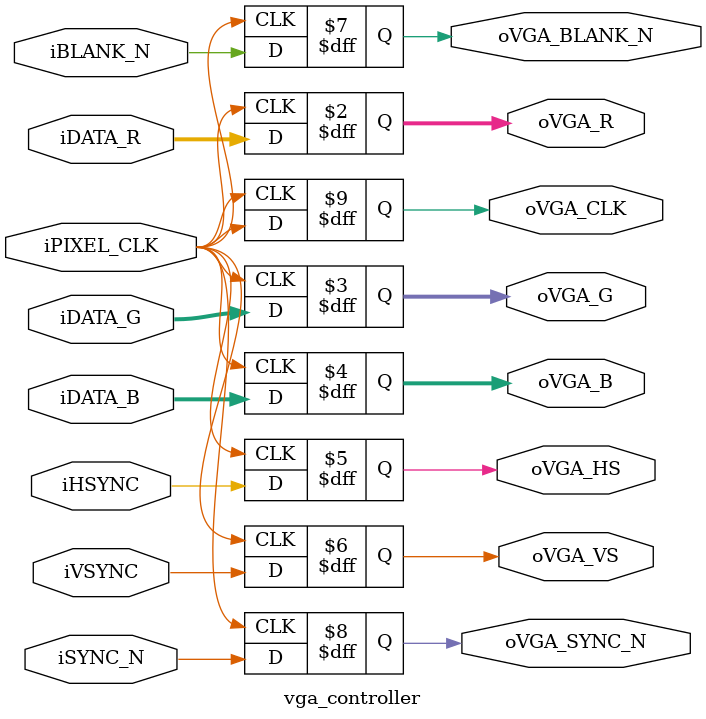
<source format=v>
module vga_controller(
    input  wire [7:0]  iDATA_R,
    input  wire [7:0]  iDATA_G,
    input  wire [7:0]  iDATA_B,
    input  wire        iPIXEL_CLK,
    input  wire        iHSYNC,
    input  wire        iVSYNC,
    input  wire        iBLANK_N,
    input  wire        iSYNC_N,
    output reg  [7:0]  oVGA_R,
    output reg  [7:0]  oVGA_G,
    output reg  [7:0]  oVGA_B,
    output reg         oVGA_HS,
    output reg         oVGA_VS,
    output reg         oVGA_BLANK_N,
    output reg         oVGA_SYNC_N,
    output reg         oVGA_CLK
);
    always @(posedge iPIXEL_CLK) begin
        oVGA_R       <= iDATA_R;
        oVGA_G       <= iDATA_G;
        oVGA_B       <= iDATA_B;
        oVGA_HS      <= iHSYNC;
        oVGA_VS      <= iVSYNC;
        oVGA_BLANK_N <= iBLANK_N;
        oVGA_SYNC_N  <= iSYNC_N;
        oVGA_CLK     <= iPIXEL_CLK;
    end
endmodule
</source>
